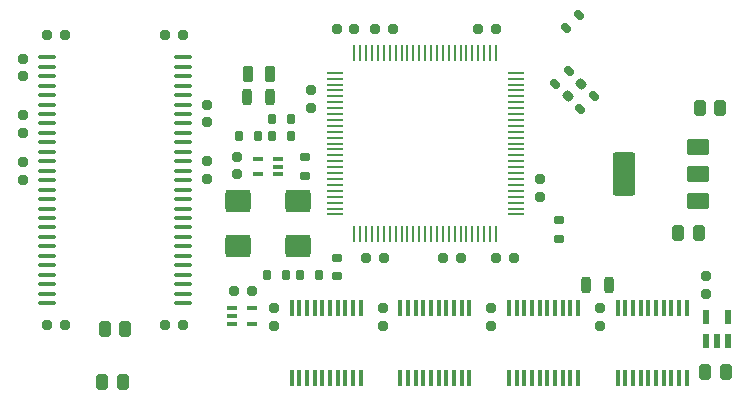
<source format=gtp>
G04 #@! TF.GenerationSoftware,KiCad,Pcbnew,7.0.1-0*
G04 #@! TF.CreationDate,2023-11-03T04:24:27-04:00*
G04 #@! TF.ProjectId,RAM2GS,52414d32-4753-42e6-9b69-6361645f7063,2.1*
G04 #@! TF.SameCoordinates,Original*
G04 #@! TF.FileFunction,Paste,Top*
G04 #@! TF.FilePolarity,Positive*
%FSLAX46Y46*%
G04 Gerber Fmt 4.6, Leading zero omitted, Abs format (unit mm)*
G04 Created by KiCad (PCBNEW 7.0.1-0) date 2023-11-03 04:24:27*
%MOMM*%
%LPD*%
G01*
G04 APERTURE LIST*
G04 Aperture macros list*
%AMRoundRect*
0 Rectangle with rounded corners*
0 $1 Rounding radius*
0 $2 $3 $4 $5 $6 $7 $8 $9 X,Y pos of 4 corners*
0 Add a 4 corners polygon primitive as box body*
4,1,4,$2,$3,$4,$5,$6,$7,$8,$9,$2,$3,0*
0 Add four circle primitives for the rounded corners*
1,1,$1+$1,$2,$3*
1,1,$1+$1,$4,$5*
1,1,$1+$1,$6,$7*
1,1,$1+$1,$8,$9*
0 Add four rect primitives between the rounded corners*
20,1,$1+$1,$2,$3,$4,$5,0*
20,1,$1+$1,$4,$5,$6,$7,0*
20,1,$1+$1,$6,$7,$8,$9,0*
20,1,$1+$1,$8,$9,$2,$3,0*%
G04 Aperture macros list end*
%ADD10RoundRect,0.172500X0.262500X-0.212500X0.262500X0.212500X-0.262500X0.212500X-0.262500X-0.212500X0*%
%ADD11RoundRect,0.172500X-0.212500X-0.262500X0.212500X-0.262500X0.212500X0.262500X-0.212500X0.262500X0*%
%ADD12RoundRect,0.172500X-0.262500X0.212500X-0.262500X-0.212500X0.262500X-0.212500X0.262500X0.212500X0*%
%ADD13RoundRect,0.072500X0.112500X-0.612500X0.112500X0.612500X-0.112500X0.612500X-0.112500X-0.612500X0*%
%ADD14RoundRect,0.237500X0.262500X0.437500X-0.262500X0.437500X-0.262500X-0.437500X0.262500X-0.437500X0*%
%ADD15RoundRect,0.237500X-0.262500X-0.437500X0.262500X-0.437500X0.262500X0.437500X-0.262500X0.437500X0*%
%ADD16RoundRect,0.250000X0.700000X0.450000X-0.700000X0.450000X-0.700000X-0.450000X0.700000X-0.450000X0*%
%ADD17RoundRect,0.250000X0.700000X1.600000X-0.700000X1.600000X-0.700000X-1.600000X0.700000X-1.600000X0*%
%ADD18RoundRect,0.060000X-0.400000X-0.100000X0.400000X-0.100000X0.400000X0.100000X-0.400000X0.100000X0*%
%ADD19RoundRect,0.084500X-0.640500X-0.114500X0.640500X-0.114500X0.640500X0.114500X-0.640500X0.114500X0*%
%ADD20RoundRect,0.261900X-0.800000X-0.700000X0.800000X-0.700000X0.800000X0.700000X-0.800000X0.700000X0*%
%ADD21RoundRect,0.060000X0.400000X0.100000X-0.400000X0.100000X-0.400000X-0.100000X0.400000X-0.100000X0*%
%ADD22RoundRect,0.172500X0.212500X0.262500X-0.212500X0.262500X-0.212500X-0.262500X0.212500X-0.262500X0*%
%ADD23RoundRect,0.040000X0.662500X0.075000X-0.662500X0.075000X-0.662500X-0.075000X0.662500X-0.075000X0*%
%ADD24RoundRect,0.040000X0.075000X0.662500X-0.075000X0.662500X-0.075000X-0.662500X0.075000X-0.662500X0*%
%ADD25RoundRect,0.112500X0.162500X-0.512500X0.162500X0.512500X-0.162500X0.512500X-0.162500X-0.512500X0*%
%ADD26RoundRect,0.187500X0.212500X0.487500X-0.212500X0.487500X-0.212500X-0.487500X0.212500X-0.487500X0*%
%ADD27RoundRect,0.125000X0.300000X-0.175000X0.300000X0.175000X-0.300000X0.175000X-0.300000X-0.175000X0*%
%ADD28RoundRect,0.125000X0.175000X0.300000X-0.175000X0.300000X-0.175000X-0.300000X0.175000X-0.300000X0*%
%ADD29RoundRect,0.125000X-0.175000X-0.300000X0.175000X-0.300000X0.175000X0.300000X-0.175000X0.300000X0*%
%ADD30RoundRect,0.187500X-0.212500X-0.487500X0.212500X-0.487500X0.212500X0.487500X-0.212500X0.487500X0*%
%ADD31RoundRect,0.205650X0.243750X0.456250X-0.243750X0.456250X-0.243750X-0.456250X0.243750X-0.456250X0*%
%ADD32RoundRect,0.125000X-0.300000X0.175000X-0.300000X-0.175000X0.300000X-0.175000X0.300000X0.175000X0*%
%ADD33RoundRect,0.125000X-0.088388X0.335876X-0.335876X0.088388X0.088388X-0.335876X0.335876X-0.088388X0*%
%ADD34RoundRect,0.125000X0.088388X-0.335876X0.335876X-0.088388X-0.088388X0.335876X-0.335876X0.088388X0*%
%ADD35RoundRect,0.172500X0.035355X-0.335876X0.335876X-0.035355X-0.035355X0.335876X-0.335876X0.035355X0*%
G04 APERTURE END LIST*
D10*
X51350000Y-107650000D03*
X51350000Y-106150000D03*
X51350000Y-102850000D03*
X51350000Y-101350000D03*
D11*
X53400000Y-99350000D03*
X54900000Y-99350000D03*
X63400000Y-123950000D03*
X64900000Y-123950000D03*
X63400000Y-99350000D03*
X64900000Y-99350000D03*
D12*
X66950000Y-110050000D03*
X66950000Y-111550000D03*
X66950000Y-105250000D03*
X66950000Y-106750000D03*
D10*
X51350000Y-111650000D03*
X51350000Y-110150000D03*
D11*
X53400000Y-123950000D03*
X54900000Y-123950000D03*
D12*
X100200000Y-122500000D03*
X100200000Y-124000000D03*
D13*
X92500000Y-128400000D03*
X93150000Y-128400000D03*
X93800000Y-128400000D03*
X94450000Y-128400000D03*
X95100000Y-128400000D03*
X95750000Y-128400000D03*
X96400000Y-128400000D03*
X97050000Y-128400000D03*
X97700000Y-128400000D03*
X98350000Y-128400000D03*
X98350000Y-122500000D03*
X97700000Y-122500000D03*
X97050000Y-122500000D03*
X96400000Y-122500000D03*
X95750000Y-122500000D03*
X95100000Y-122500000D03*
X94450000Y-122500000D03*
X93800000Y-122500000D03*
X93150000Y-122500000D03*
X92500000Y-122500000D03*
D12*
X91000000Y-122500000D03*
X91000000Y-124000000D03*
X81800000Y-122500000D03*
X81800000Y-124000000D03*
D13*
X101700000Y-128400000D03*
X102350000Y-128400000D03*
X103000000Y-128400000D03*
X103650000Y-128400000D03*
X104300000Y-128400000D03*
X104950000Y-128400000D03*
X105600000Y-128400000D03*
X106250000Y-128400000D03*
X106900000Y-128400000D03*
X107550000Y-128400000D03*
X107550000Y-122500000D03*
X106900000Y-122500000D03*
X106250000Y-122500000D03*
X105600000Y-122500000D03*
X104950000Y-122500000D03*
X104300000Y-122500000D03*
X103650000Y-122500000D03*
X103000000Y-122500000D03*
X102350000Y-122500000D03*
X101700000Y-122500000D03*
D12*
X72600000Y-122500000D03*
X72600000Y-124000000D03*
D13*
X83300000Y-128400000D03*
X83950000Y-128400000D03*
X84600000Y-128400000D03*
X85250000Y-128400000D03*
X85900000Y-128400000D03*
X86550000Y-128400000D03*
X87200000Y-128400000D03*
X87850000Y-128400000D03*
X88500000Y-128400000D03*
X89150000Y-128400000D03*
X89150000Y-122500000D03*
X88500000Y-122500000D03*
X87850000Y-122500000D03*
X87200000Y-122500000D03*
X86550000Y-122500000D03*
X85900000Y-122500000D03*
X85250000Y-122500000D03*
X84600000Y-122500000D03*
X83950000Y-122500000D03*
X83300000Y-122500000D03*
D14*
X59778000Y-128778000D03*
X58078000Y-128778000D03*
D15*
X109132000Y-127889000D03*
X110832000Y-127889000D03*
D16*
X108537000Y-113450000D03*
D17*
X102237000Y-111150000D03*
D16*
X108537000Y-111150000D03*
X108537000Y-108850000D03*
D15*
X108650000Y-105550000D03*
X110350000Y-105550000D03*
X106850000Y-116150000D03*
X108550000Y-116150000D03*
D18*
X69050000Y-122500000D03*
X69050000Y-123150000D03*
X69050000Y-123800000D03*
X70750000Y-123800000D03*
X70750000Y-122500000D03*
D13*
X74100000Y-128400000D03*
X74750000Y-128400000D03*
X75400000Y-128400000D03*
X76050000Y-128400000D03*
X76700000Y-128400000D03*
X77350000Y-128400000D03*
X78000000Y-128400000D03*
X78650000Y-128400000D03*
X79300000Y-128400000D03*
X79950000Y-128400000D03*
X79950000Y-122500000D03*
X79300000Y-122500000D03*
X78650000Y-122500000D03*
X78000000Y-122500000D03*
X77350000Y-122500000D03*
X76700000Y-122500000D03*
X76050000Y-122500000D03*
X75400000Y-122500000D03*
X74750000Y-122500000D03*
X74100000Y-122500000D03*
D19*
X53400000Y-101250000D03*
X53400000Y-102050000D03*
X53400000Y-102850000D03*
X53400000Y-103650000D03*
X53400000Y-104450000D03*
X53400000Y-105250000D03*
X53400000Y-106050000D03*
X53400000Y-106850000D03*
X53400000Y-107650000D03*
X53400000Y-108450000D03*
X53400000Y-109250000D03*
X53400000Y-110050000D03*
X53400000Y-110850000D03*
X53400000Y-111650000D03*
X53400000Y-112450000D03*
X53400000Y-113250000D03*
X53400000Y-114050000D03*
X53400000Y-114850000D03*
X53400000Y-115650000D03*
X53400000Y-116450000D03*
X53400000Y-117250000D03*
X53400000Y-118050000D03*
X53400000Y-118850000D03*
X53400000Y-119650000D03*
X53400000Y-120450000D03*
X53400000Y-121250000D03*
X53400000Y-122050000D03*
X64900000Y-122050000D03*
X64900000Y-121250000D03*
X64900000Y-120450000D03*
X64900000Y-119650000D03*
X64900000Y-118850000D03*
X64900000Y-118050000D03*
X64900000Y-117250000D03*
X64900000Y-116450000D03*
X64900000Y-115650000D03*
X64900000Y-114850000D03*
X64900000Y-114050000D03*
X64900000Y-113250000D03*
X64900000Y-112450000D03*
X64900000Y-111650000D03*
X64900000Y-110850000D03*
X64900000Y-110050000D03*
X64900000Y-109250000D03*
X64900000Y-108450000D03*
X64900000Y-107650000D03*
X64900000Y-106850000D03*
X64900000Y-106050000D03*
X64900000Y-105250000D03*
X64900000Y-104450000D03*
X64900000Y-103650000D03*
X64900000Y-102850000D03*
X64900000Y-102050000D03*
X64900000Y-101250000D03*
D20*
X69560000Y-117205000D03*
X74640000Y-117205000D03*
X74640000Y-113395000D03*
X69560000Y-113395000D03*
D21*
X72950000Y-111150000D03*
X72950000Y-110500000D03*
X72950000Y-109850000D03*
X71250000Y-109850000D03*
X71250000Y-111150000D03*
D10*
X69500000Y-111150000D03*
X69500000Y-109650000D03*
D15*
X58300000Y-124250000D03*
X60000000Y-124250000D03*
D22*
X70750000Y-121050000D03*
X69250000Y-121050000D03*
D23*
X93062500Y-114550000D03*
X93062500Y-114050000D03*
X93062500Y-113550000D03*
X93062500Y-113050000D03*
X93062500Y-112550000D03*
X93062500Y-112050000D03*
X93062500Y-111550000D03*
X93062500Y-111050000D03*
X93062500Y-110550000D03*
X93062500Y-110050000D03*
X93062500Y-109550000D03*
X93062500Y-109050000D03*
X93062500Y-108550000D03*
X93062500Y-108050000D03*
X93062500Y-107550000D03*
X93062500Y-107050000D03*
X93062500Y-106550000D03*
X93062500Y-106050000D03*
X93062500Y-105550000D03*
X93062500Y-105050000D03*
X93062500Y-104550000D03*
X93062500Y-104050000D03*
X93062500Y-103550000D03*
X93062500Y-103050000D03*
X93062500Y-102550000D03*
D24*
X91400000Y-100887500D03*
X90900000Y-100887500D03*
X90400000Y-100887500D03*
X89900000Y-100887500D03*
X89400000Y-100887500D03*
X88900000Y-100887500D03*
X88400000Y-100887500D03*
X87900000Y-100887500D03*
X87400000Y-100887500D03*
X86900000Y-100887500D03*
X86400000Y-100887500D03*
X85900000Y-100887500D03*
X85400000Y-100887500D03*
X84900000Y-100887500D03*
X84400000Y-100887500D03*
X83900000Y-100887500D03*
X83400000Y-100887500D03*
X82900000Y-100887500D03*
X82400000Y-100887500D03*
X81900000Y-100887500D03*
X81400000Y-100887500D03*
X80900000Y-100887500D03*
X80400000Y-100887500D03*
X79900000Y-100887500D03*
X79400000Y-100887500D03*
D23*
X77737500Y-102550000D03*
X77737500Y-103050000D03*
X77737500Y-103550000D03*
X77737500Y-104050000D03*
X77737500Y-104550000D03*
X77737500Y-105050000D03*
X77737500Y-105550000D03*
X77737500Y-106050000D03*
X77737500Y-106550000D03*
X77737500Y-107050000D03*
X77737500Y-107550000D03*
X77737500Y-108050000D03*
X77737500Y-108550000D03*
X77737500Y-109050000D03*
X77737500Y-109550000D03*
X77737500Y-110050000D03*
X77737500Y-110550000D03*
X77737500Y-111050000D03*
X77737500Y-111550000D03*
X77737500Y-112050000D03*
X77737500Y-112550000D03*
X77737500Y-113050000D03*
X77737500Y-113550000D03*
X77737500Y-114050000D03*
X77737500Y-114550000D03*
D24*
X79400000Y-116212500D03*
X79900000Y-116212500D03*
X80400000Y-116212500D03*
X80900000Y-116212500D03*
X81400000Y-116212500D03*
X81900000Y-116212500D03*
X82400000Y-116212500D03*
X82900000Y-116212500D03*
X83400000Y-116212500D03*
X83900000Y-116212500D03*
X84400000Y-116212500D03*
X84900000Y-116212500D03*
X85400000Y-116212500D03*
X85900000Y-116212500D03*
X86400000Y-116212500D03*
X86900000Y-116212500D03*
X87400000Y-116212500D03*
X87900000Y-116212500D03*
X88400000Y-116212500D03*
X88900000Y-116212500D03*
X89400000Y-116212500D03*
X89900000Y-116212500D03*
X90400000Y-116212500D03*
X90900000Y-116212500D03*
X91400000Y-116212500D03*
D22*
X81900000Y-118250000D03*
X80400000Y-118250000D03*
X91400000Y-98850000D03*
X89900000Y-98850000D03*
X88400000Y-118250000D03*
X86900000Y-118250000D03*
D11*
X81150000Y-98850000D03*
X82650000Y-98850000D03*
D22*
X79400000Y-98850000D03*
X77900000Y-98850000D03*
D12*
X75700000Y-104050000D03*
X75700000Y-105550000D03*
D11*
X91400000Y-118250000D03*
X92900000Y-118250000D03*
D10*
X95100000Y-113050000D03*
X95100000Y-111550000D03*
D25*
X109150000Y-125300000D03*
X110100000Y-125300000D03*
X111050000Y-125300000D03*
X111050000Y-123200000D03*
X109150000Y-123200000D03*
D10*
X109150000Y-121250000D03*
X109150000Y-119750000D03*
D26*
X100950000Y-120500000D03*
X99050000Y-120500000D03*
D27*
X77950000Y-119800000D03*
X77950000Y-118200000D03*
D28*
X71250000Y-107950000D03*
X69650000Y-107950000D03*
D29*
X72450000Y-107950000D03*
X74050000Y-107950000D03*
D30*
X70350000Y-104600000D03*
X72250000Y-104600000D03*
D31*
X72237500Y-102650000D03*
X70362500Y-102650000D03*
D32*
X96750000Y-115050000D03*
X96750000Y-116650000D03*
D33*
X97565685Y-102384315D03*
X96434315Y-103515685D03*
D34*
X98534315Y-105615685D03*
X99665685Y-104484315D03*
D35*
X97519670Y-104530330D03*
X98580330Y-103469670D03*
D34*
X97284315Y-98765685D03*
X98415685Y-97634315D03*
D28*
X73600000Y-119650000D03*
X72000000Y-119650000D03*
D29*
X74800000Y-119650000D03*
X76400000Y-119650000D03*
D32*
X75200000Y-109700000D03*
X75200000Y-111300000D03*
D29*
X72450000Y-106450000D03*
X74050000Y-106450000D03*
M02*

</source>
